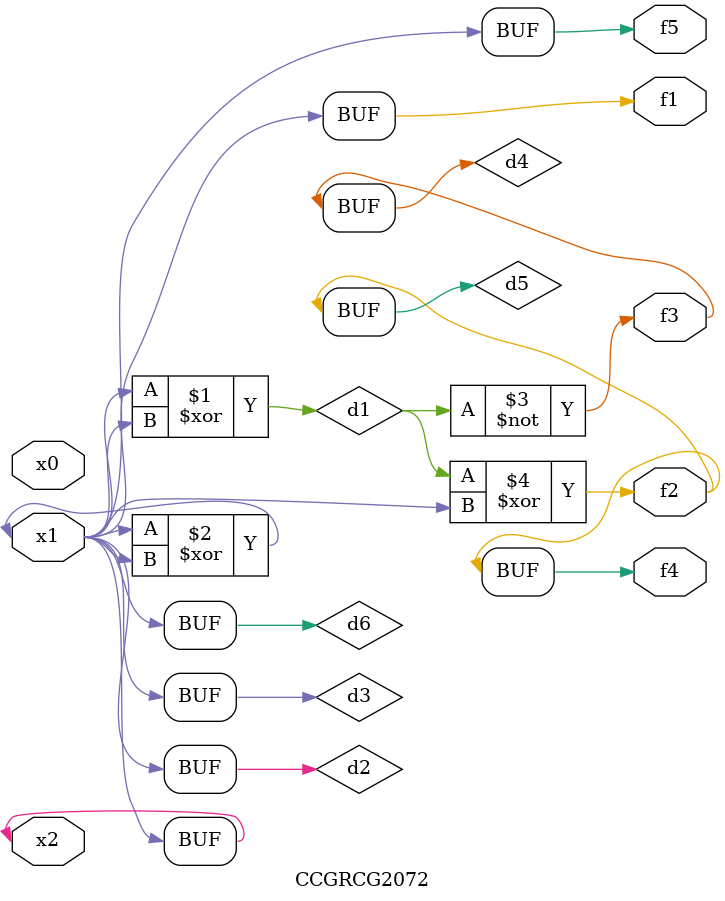
<source format=v>
module CCGRCG2072(
	input x0, x1, x2,
	output f1, f2, f3, f4, f5
);

	wire d1, d2, d3, d4, d5, d6;

	xor (d1, x1, x2);
	buf (d2, x1, x2);
	xor (d3, x1, x2);
	nor (d4, d1);
	xor (d5, d1, d2);
	buf (d6, d2, d3);
	assign f1 = d6;
	assign f2 = d5;
	assign f3 = d4;
	assign f4 = d5;
	assign f5 = d6;
endmodule

</source>
